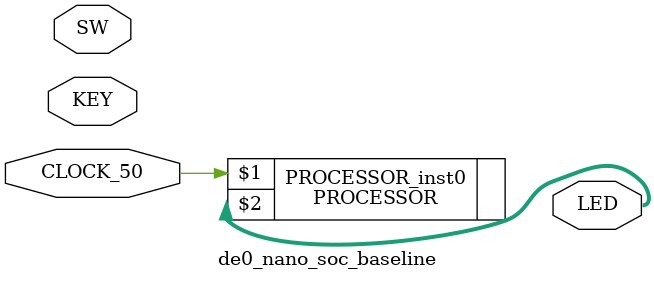
<source format=v>
module de0_nano_soc_baseline(


	//////////// CLOCK //////////
	input 		          		CLOCK_50,
	
	//////////// KEY ////////////
	/* 3.3-V LVTTL */
	input				[1:0]			KEY,
	
	//////////// LED ////////////
	/* 3.3-V LVTTL */
	output			[7:0]			LED,
	
	//////////// SW ////////////
	/* 3.3-V LVTTL */
	input				[3:0]			SW

);

PROCESSOR PROCESSOR_inst0(CLOCK_50, LED);

endmodule
</source>
